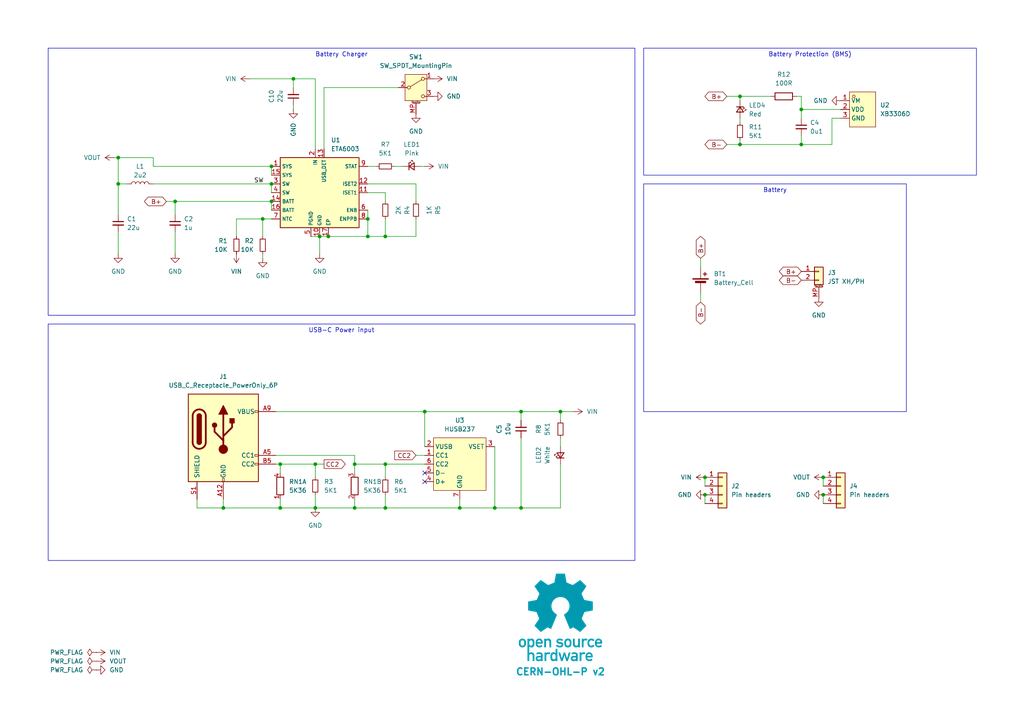
<source format=kicad_sch>
(kicad_sch (version 20231120) (generator "eeschema") (generator_version "8.0")
  (paper "A4")
  (lib_symbols
    (symbol "Connector:USB_C_Receptacle_PowerOnly_6P" (pin_names (offset 1.016))
      (property "Reference" "J" (at 0 16.51 0))
      (property "Value" "USB_C_Receptacle_PowerOnly_6P" (at 0 13.97 0))
      (symbol "USB_C_Receptacle_PowerOnly_6P_0_0"
        (rectangle (start -0.254 -12.7) (end 0.254 -11.684))
        (rectangle (start 10.16 -7.366) (end 9.144 -7.874))
        (rectangle (start 10.16 -4.826) (end 9.144 -5.334))
        (rectangle (start 10.16 7.874) (end 9.144 7.366))
      )
      (symbol "USB_C_Receptacle_PowerOnly_6P_0_1"
        (rectangle (start -10.16 12.7) (end 10.16 -12.7) (stroke (width 0.254)) (fill (type background)))
        (arc (start -8.89 -1.27) (mid -6.985 -3.1667) (end -5.08 -1.27) (stroke (width 0.508)))
        (arc (start -7.62 -1.27) (mid -6.985 -1.9023) (end -6.35 -1.27) (stroke (width 0.254)))
        (arc (start -7.62 -1.27) (mid -6.985 -1.9023) (end -6.35 -1.27) (stroke (width 0.254)) (fill (type outline)))
        (rectangle (start -7.62 -1.27) (end -6.35 6.35) (stroke (width 0.254)) (fill (type outline)))
        (arc (start -6.35 6.35) (mid -6.985 6.9823) (end -7.62 6.35) (stroke (width 0.254)))
        (arc (start -6.35 6.35) (mid -6.985 6.9823) (end -7.62 6.35) (stroke (width 0.254)) (fill (type outline)))
        (arc (start -5.08 6.35) (mid -6.985 8.2467) (end -8.89 6.35) (stroke (width 0.508)))
        (circle (center -2.54 3.683) (radius 0.635) (stroke (width 0.254)) (fill (type outline)))
        (circle (center 0 -3.302) (radius 1.27) (fill (type outline)))
        (polyline (pts (xy -8.89 -1.27) (xy -8.89 6.35)) (stroke (width 0.508)))
        (polyline (pts (xy -5.08 6.35) (xy -5.08 -1.27)) (stroke (width 0.508)))
        (polyline (pts (xy 0 -3.302) (xy 0 6.858)) (stroke (width 0.508)))
        (polyline (pts (xy 0 -0.762) (xy -2.54 1.778) (xy -2.54 3.048)) (stroke (width 0.508)))
        (polyline (pts (xy 0 0.508) (xy 2.54 3.048) (xy 2.54 4.318)) (stroke (width 0.508)))
        (polyline (pts (xy -1.27 6.858) (xy 0 9.398) (xy 1.27 6.858) (xy -1.27 6.858)) (stroke (width 0.254)) (fill (type outline)))
        (rectangle (start 1.905 4.318) (end 3.175 5.588) (stroke (width 0.254)) (fill (type outline)))
      )
      (symbol "USB_C_Receptacle_PowerOnly_6P_1_1"
        (pin passive line (at 0 -17.78 90) (length 5.08) (name "GND") (number "A12"))
        (pin bidirectional line (at 15.24 -5.08 180) (length 5.08) (name "CC1") (number "A5"))
        (pin passive line (at 15.24 7.62 180) (length 5.08) (name "VBUS") (number "A9"))
        (pin passive line (at 0 -17.78 90) (length 5.08) hide (name "GND") (number "B12"))
        (pin bidirectional line (at 15.24 -7.62 180) (length 5.08) (name "CC2") (number "B5"))
        (pin passive line (at 15.24 7.62 180) (length 5.08) hide (name "VBUS") (number "B9"))
        (pin passive line (at -7.62 -17.78 90) (length 5.08) (name "SHIELD") (number "S1"))
      )
    )
    (symbol "Connector_Generic:Conn_01x04" (pin_names (offset 1.016) hide)
      (property "Reference" "J" (at 0 5.08 0))
      (property "Value" "Conn_01x04" (at 0 -7.62 0))
      (symbol "Conn_01x04_1_1"
        (rectangle (start -1.27 -4.953) (end 0 -5.207) (stroke (width 0.1524)))
        (rectangle (start -1.27 -2.413) (end 0 -2.667) (stroke (width 0.1524)))
        (rectangle (start -1.27 0.127) (end 0 -0.127) (stroke (width 0.1524)))
        (rectangle (start -1.27 2.667) (end 0 2.413) (stroke (width 0.1524)))
        (rectangle (start -1.27 3.81) (end 1.27 -6.35) (stroke (width 0.254)) (fill (type background)))
        (pin passive line (at -5.08 2.54 0) (length 3.81) (name "Pin_1") (number "1"))
        (pin passive line (at -5.08 0 0) (length 3.81) (name "Pin_2") (number "2"))
        (pin passive line (at -5.08 -2.54 0) (length 3.81) (name "Pin_3") (number "3"))
        (pin passive line (at -5.08 -5.08 0) (length 3.81) (name "Pin_4") (number "4"))
      )
    )
    (symbol "Connector_Generic_MountingPin:Conn_01x02_MountingPin" (pin_names (offset 1.016) hide)
      (property "Reference" "J" (at 0 2.54 0))
      (property "Value" "Conn_01x02_MountingPin" (at 1.27 -5.08 0))
      (symbol "Conn_01x02_MountingPin_1_1"
        (rectangle (start -1.27 -2.413) (end 0 -2.667) (stroke (width 0.1524)))
        (rectangle (start -1.27 0.127) (end 0 -0.127) (stroke (width 0.1524)))
        (rectangle (start -1.27 1.27) (end 1.27 -3.81) (stroke (width 0.254)) (fill (type background)))
        (polyline (pts (xy -1.016 -4.572) (xy 1.016 -4.572)) (stroke (width 0.1524)))
        (text "Mounting" (at 0 -4.191 0) (effects (font (size 0.381 0.381))))
        (pin passive line (at -5.08 0 0) (length 3.81) (name "Pin_1") (number "1"))
        (pin passive line (at -5.08 -2.54 0) (length 3.81) (name "Pin_2") (number "2"))
        (pin passive line (at 0 -7.62 90) (length 3.048) (name "MountPin") (number "MP"))
      )
    )
    (symbol "Device:Battery_Cell" (pin_numbers hide) (pin_names (offset 0) hide)
      (property "Reference" "BT" (at 2.54 2.54 0))
      (property "Value" "Battery_Cell" (at 2.54 0 0))
      (symbol "Battery_Cell_0_1"
        (rectangle (start -2.286 1.778) (end 2.286 1.524) (fill (type outline)))
        (rectangle (start -1.524 1.016) (end 1.524 0.508) (fill (type outline)))
        (polyline (pts (xy 0 0.762) (xy 0 0)))
        (polyline (pts (xy 0 1.778) (xy 0 2.54)))
        (polyline (pts (xy 0.762 3.048) (xy 1.778 3.048)) (stroke (width 0.254)))
        (polyline (pts (xy 1.27 3.556) (xy 1.27 2.54)) (stroke (width 0.254)))
      )
      (symbol "Battery_Cell_1_1"
        (pin passive line (at 0 5.08 270) (length 2.54) (name "+") (number "1"))
        (pin passive line (at 0 -2.54 90) (length 2.54) (name "-") (number "2"))
      )
    )
    (symbol "Device:C_Small" (pin_numbers hide) (pin_names (offset 0.254) hide)
      (property "Reference" "C" (at 0.254 1.778 0))
      (property "Value" "C_Small" (at 0.254 -2.032 0))
      (symbol "C_Small_0_1"
        (polyline (pts (xy -1.524 -0.508) (xy 1.524 -0.508)) (stroke (width 0.3302)))
        (polyline (pts (xy -1.524 0.508) (xy 1.524 0.508)) (stroke (width 0.3048)))
      )
      (symbol "C_Small_1_1"
        (pin passive line (at 0 2.54 270) (length 2.032) (name "~") (number "1"))
        (pin passive line (at 0 -2.54 90) (length 2.032) (name "~") (number "2"))
      )
    )
    (symbol "Device:L" (pin_numbers hide) (pin_names (offset 1.016) hide)
      (property "Reference" "L" (at -1.27 0 90))
      (property "Value" "L" (at 1.905 0 90))
      (symbol "L_0_1"
        (arc (start 0 -2.54) (mid 0.6323 -1.905) (end 0 -1.27))
        (arc (start 0 -1.27) (mid 0.6323 -0.635) (end 0 0))
        (arc (start 0 0) (mid 0.6323 0.635) (end 0 1.27))
        (arc (start 0 1.27) (mid 0.6323 1.905) (end 0 2.54))
      )
      (symbol "L_1_1"
        (pin passive line (at 0 3.81 270) (length 1.27) (name "1") (number "1"))
        (pin passive line (at 0 -3.81 90) (length 1.27) (name "2") (number "2"))
      )
    )
    (symbol "Device:LED_Small" (pin_numbers hide) (pin_names (offset 0.254) hide)
      (property "Reference" "D" (at -1.27 3.175 0))
      (property "Value" "LED_Small" (at -4.445 -2.54 0))
      (symbol "LED_Small_0_1"
        (polyline (pts (xy -0.762 -1.016) (xy -0.762 1.016)) (stroke (width 0.254)))
        (polyline (pts (xy 1.016 0) (xy -0.762 0)))
        (polyline (pts (xy 0.762 -1.016) (xy -0.762 0) (xy 0.762 1.016) (xy 0.762 -1.016)) (stroke (width 0.254)))
        (polyline (pts (xy 0 0.762) (xy -0.508 1.27) (xy -0.254 1.27) (xy -0.508 1.27) (xy -0.508 1.016)))
        (polyline (pts (xy 0.508 1.27) (xy 0 1.778) (xy 0.254 1.778) (xy 0 1.778) (xy 0 1.524)))
      )
      (symbol "LED_Small_1_1"
        (pin passive line (at -2.54 0 0) (length 1.778) (name "K") (number "1"))
        (pin passive line (at 2.54 0 180) (length 1.778) (name "A") (number "2"))
      )
    )
    (symbol "Device:R" (pin_numbers hide) (pin_names (offset 0))
      (property "Reference" "R" (at 2.032 0 90))
      (property "Value" "R" (at 0 0 90))
      (symbol "R_0_1"
        (rectangle (start -1.016 -2.54) (end 1.016 2.54) (stroke (width 0.254)))
      )
      (symbol "R_1_1"
        (pin passive line (at 0 3.81 270) (length 1.27) (name "~") (number "1"))
        (pin passive line (at 0 -3.81 90) (length 1.27) (name "~") (number "2"))
      )
    )
    (symbol "Device:R_Pack02_Split" (pin_names (offset 0) hide)
      (property "Reference" "RN" (at 2.032 0 90))
      (property "Value" "R_Pack02_Split" (at 0 0 90))
      (symbol "R_Pack02_Split_0_1"
        (rectangle (start 1.016 2.54) (end -1.016 -2.54) (stroke (width 0.254)))
      )
      (symbol "R_Pack02_Split_1_1"
        (pin passive line (at 0 -3.81 90) (length 1.27) (name "R1.1") (number "1"))
        (pin passive line (at 0 3.81 270) (length 1.27) (name "R1.2") (number "4"))
      )
      (symbol "R_Pack02_Split_2_1"
        (pin passive line (at 0 -3.81 90) (length 1.27) (name "R2.1") (number "2"))
        (pin passive line (at 0 3.81 270) (length 1.27) (name "R2.2") (number "3"))
      )
    )
    (symbol "Device:R_Small" (pin_numbers hide) (pin_names (offset 0.254) hide)
      (property "Reference" "R" (at 0.762 0.508 0))
      (property "Value" "R_Small" (at 0.762 -1.016 0))
      (symbol "R_Small_0_1"
        (rectangle (start -0.762 1.778) (end 0.762 -1.778) (stroke (width 0.2032)))
      )
      (symbol "R_Small_1_1"
        (pin passive line (at 0 2.54 270) (length 0.762) (name "~") (number "1"))
        (pin passive line (at 0 -2.54 90) (length 0.762) (name "~") (number "2"))
      )
    )
    (symbol "interactive:SW_SPDT_MountingPin" (pin_names (offset 0) hide)
      (property "Reference" "SW" (at 0 5.08 0))
      (property "Value" "SW_SPDT_MountingPin" (at 0 -5.08 0))
      (symbol "SW_SPDT_MountingPin_0_1"
        (circle (center -2.032 0) (radius 0.4572))
        (polyline (pts (xy -1.651 0.254) (xy 1.651 2.286)))
        (circle (center 2.032 -2.54) (radius 0.4572))
        (circle (center 2.032 2.54) (radius 0.4572))
      )
      (symbol "SW_SPDT_MountingPin_1_1"
        (rectangle (start -3.175 3.81) (end 3.175 -3.81) (fill (type background)))
        (polyline (pts (xy -1.016 -4.572) (xy 1.016 -4.572)) (stroke (width 0.1524)))
        (text "Mounting" (at 0 -4.191 0) (effects (font (size 0.381 0.381))))
        (pin passive line (at 5.08 2.54 180) (length 2.54) (name "A") (number "1"))
        (pin passive line (at -5.08 0 0) (length 2.54) (name "B") (number "2"))
        (pin passive line (at 5.08 -2.54 180) (length 2.54) (name "C") (number "3"))
        (pin passive line (at 0 -7.62 90) (length 3.048) (name "MountPin") (number "MP"))
      )
    )
    (symbol "lcsc:ETA6003"
      (property "Reference" "U" (at -12.192 12.7 0))
      (property "Value" "ETA6003" (at 4.064 12.7 0))
      (symbol "ETA6003_0_1"
        (rectangle (start -11.43 10.16) (end 11.43 -10.16) (stroke (width 0.254)) (fill (type background)))
      )
      (symbol "ETA6003_1_1"
        (pin power_out line (at -13.97 7.62 0) (length 2.54) (name "SYS") (number "1"))
        (pin power_in line (at 0 -12.7 90) (length 2.54) (name "GND") (number "10"))
        (pin passive line (at 13.97 0 180) (length 2.54) (name "ISET1") (number "11"))
        (pin passive line (at 13.97 2.54 180) (length 2.54) (name "ISET2") (number "12"))
        (pin passive line (at 1.27 12.7 270) (length 2.54) (name "USB_DET") (number "13"))
        (pin passive line (at -13.97 -2.54 0) (length 2.54) (name "BATT") (number "14"))
        (pin passive line (at -13.97 5.08 0) (length 2.54) (name "SYS") (number "15"))
        (pin passive line (at -13.97 -5.08 0) (length 2.54) (name "BATT") (number "16"))
        (pin passive line (at 2.54 -12.7 90) (length 2.54) (name "EP") (number "17"))
        (pin power_in line (at -1.27 12.7 270) (length 2.54) (name "IN") (number "2"))
        (pin passive line (at -13.97 2.54 0) (length 2.54) (name "SW") (number "3"))
        (pin passive line (at -13.97 0 0) (length 2.54) (name "SW") (number "4"))
        (pin power_in line (at -2.54 -12.7 90) (length 2.54) (name "PGND") (number "5"))
        (pin passive line (at 13.97 -5.08 180) (length 2.54) (name "ENB") (number "6"))
        (pin passive line (at -13.97 -7.62 0) (length 2.54) (name "NTC") (number "7"))
        (pin passive line (at 13.97 -7.62 180) (length 2.54) (name "ENPPB") (number "8"))
        (pin open_collector line (at 13.97 7.62 180) (length 2.54) (name "STAT") (number "9"))
      )
    )
    (symbol "lcsc:HUSB237-AA001-DN06R "
      (property "Reference" "U" (at 0 10.16 0))
      (property "Value" "HUSB237" (at 0 -15.24 0))
      (symbol "HUSB237-AA001-DN06R _0_1"
        (rectangle (start -7.62 7.62) (end 7.62 -7.62) (fill (type background)))
        (pin passive line (at -10.16 2.54 0) (length 2.54) (name "CC1") (number "1"))
        (pin power_in line (at -10.16 5.08 0) (length 2.54) (name "VUSB") (number "2"))
        (pin passive line (at 10.16 5.08 180) (length 2.54) (name "VSET") (number "3"))
        (pin passive line (at -10.16 -5.08 0) (length 2.54) (name "D+") (number "4"))
        (pin passive line (at -10.16 -2.54 0) (length 2.54) (name "D-") (number "5"))
        (pin passive line (at -10.16 0 0) (length 2.54) (name "CC2") (number "6"))
        (pin power_in line (at 0 -10.16 90) (length 2.54) (name "GND") (number "7"))
      )
    )
    (symbol "lcsc:XB3306D"
      (property "Reference" "U" (at 0 7.62 0))
      (property "Value" "XB3306D" (at 0 -7.62 0))
      (symbol "XB3306D_0_1"
        (rectangle (start -3.81 5.08) (end 3.81 -5.08) (fill (type background)))
        (circle (center -2.54 3.81) (radius 0.38))
      )
      (symbol "XB3306D_1_1"
        (pin passive line (at -6.35 2.54 0) (length 2.54) (name "VM") (number "1"))
        (pin passive line (at -6.35 0 0) (length 2.54) (name "VDD") (number "2"))
        (pin passive line (at -6.35 -2.54 0) (length 2.54) (name "GND") (number "3"))
      )
    )
    (symbol "power:+5V" (power) (pin_numbers hide) (pin_names (offset 0) hide)
      (property "Value" "+5V" (at 0 3.556 0))
      (symbol "+5V_0_1"
        (polyline (pts (xy -0.762 1.27) (xy 0 2.54)))
        (polyline (pts (xy 0 0) (xy 0 2.54)))
        (polyline (pts (xy 0 2.54) (xy 0.762 1.27)))
      )
      (symbol "+5V_1_1"
        (pin power_in line (at 0 0 90) (length 0) (name "~") (number "1"))
      )
    )
    (symbol "power:GND" (power) (pin_numbers hide) (pin_names (offset 0) hide)
      (property "Value" "GND" (at 0 -3.81 0))
      (symbol "GND_0_1"
        (polyline (pts (xy 0 0) (xy 0 -1.27) (xy 1.27 -1.27) (xy 0 -2.54) (xy -1.27 -1.27) (xy 0 -1.27)))
      )
      (symbol "GND_1_1"
        (pin power_in line (at 0 0 270) (length 0) (name "~") (number "1"))
      )
    )
    (symbol "power:PWR_FLAG" (power) (pin_numbers hide) (pin_names (offset 0) hide)
      (property "Value" "PWR_FLAG" (at 0 3.81 0))
      (symbol "PWR_FLAG_0_0"
        (pin power_out line (at 0 0 90) (length 0) (name "~") (number "1"))
      )
      (symbol "PWR_FLAG_0_1"
        (polyline (pts (xy 0 0) (xy 0 1.27) (xy -1.016 1.905) (xy 0 2.54) (xy 1.016 1.905) (xy 0 1.27)))
      )
    )
    (symbol "power:VCC" (power) (pin_numbers hide) (pin_names (offset 0) hide)
      (property "Value" "VCC" (at 0 3.556 0))
      (symbol "VCC_0_1"
        (polyline (pts (xy -0.762 1.27) (xy 0 2.54)))
        (polyline (pts (xy 0 0) (xy 0 2.54)))
        (polyline (pts (xy 0 2.54) (xy 0.762 1.27)))
      )
      (symbol "VCC_1_1"
        (pin power_in line (at 0 0 90) (length 0) (name "~") (number "1"))
      )
    )
  )
  (junction (at 133.35 147.32))
  (junction (at 34.29 53.34))
  (junction (at 111.76 68.58))
  (junction (at 232.41 31.75))
  (junction (at 78.74 58.42))
  (junction (at 111.76 147.32))
  (junction (at 78.74 53.34))
  (junction (at 106.68 63.5))
  (junction (at 92.71 68.58))
  (junction (at 76.2 63.5))
  (junction (at 238.76 143.51))
  (junction (at 143.51 147.32))
  (junction (at 151.13 147.32))
  (junction (at 111.76 134.62))
  (junction (at 91.44 147.32))
  (junction (at 91.44 134.62))
  (junction (at 204.47 143.51))
  (junction (at 64.77 147.32))
  (junction (at 151.13 119.38))
  (junction (at 34.29 45.72))
  (junction (at 102.87 134.62))
  (junction (at 78.74 48.26))
  (junction (at 214.63 27.94))
  (junction (at 214.63 41.91))
  (junction (at 81.28 147.32))
  (junction (at 123.19 119.38))
  (junction (at 162.56 119.38))
  (junction (at 106.68 68.58))
  (junction (at 85.09 22.86))
  (junction (at 238.76 138.43))
  (junction (at 50.8 58.42))
  (junction (at 204.47 138.43))
  (junction (at 102.87 147.32))
  (junction (at 232.41 41.91))
  (junction (at 95.25 68.58))
  (junction (at 81.28 134.62))
  (no_connect (at 123.19 139.7))
  (no_connect (at 123.19 137.16))
  (wire (pts (xy 162.56 119.38) (xy 162.56 121.92)))
  (wire (pts (xy 106.68 60.96) (xy 106.68 63.5)))
  (wire (pts (xy 102.87 134.62) (xy 111.76 134.62)))
  (wire (pts (xy 106.68 55.88) (xy 111.76 55.88)))
  (wire (pts (xy 162.56 147.32) (xy 151.13 147.32)))
  (wire (pts (xy 151.13 119.38) (xy 151.13 121.92)))
  (wire (pts (xy 33.02 45.72) (xy 34.29 45.72)))
  (wire (pts (xy 76.2 73.66) (xy 76.2 74.93)))
  (wire (pts (xy 106.68 48.26) (xy 109.22 48.26)))
  (wire (pts (xy 120.65 68.58) (xy 111.76 68.58)))
  (wire (pts (xy 133.35 147.32) (xy 143.51 147.32)))
  (wire (pts (xy 85.09 22.86) (xy 85.09 25.4)))
  (wire (pts (xy 80.01 134.62) (xy 81.28 134.62)))
  (wire (pts (xy 34.29 53.34) (xy 34.29 45.72)))
  (wire (pts (xy 232.41 39.37) (xy 232.41 41.91)))
  (wire (pts (xy 106.68 53.34) (xy 120.65 53.34)))
  (wire (pts (xy 81.28 134.62) (xy 91.44 134.62)))
  (wire (pts (xy 214.63 27.94) (xy 223.52 27.94)))
  (wire (pts (xy 232.41 31.75) (xy 243.84 31.75)))
  (wire (pts (xy 151.13 127) (xy 151.13 147.32)))
  (wire (pts (xy 91.44 22.86) (xy 85.09 22.86)))
  (wire (pts (xy 76.2 63.5) (xy 78.74 63.5)))
  (wire (pts (xy 57.15 147.32) (xy 64.77 147.32)))
  (wire (pts (xy 162.56 134.62) (xy 162.56 147.32)))
  (wire (pts (xy 162.56 119.38) (xy 151.13 119.38)))
  (wire (pts (xy 232.41 41.91) (xy 241.3 41.91)))
  (wire (pts (xy 64.77 144.78) (xy 64.77 147.32)))
  (wire (pts (xy 95.25 68.58) (xy 106.68 68.58)))
  (wire (pts (xy 81.28 134.62) (xy 81.28 137.16)))
  (wire (pts (xy 78.74 58.42) (xy 78.74 60.96)))
  (wire (pts (xy 91.44 22.86) (xy 91.44 43.18)))
  (wire (pts (xy 143.51 147.32) (xy 151.13 147.32)))
  (wire (pts (xy 232.41 27.94) (xy 232.41 31.75)))
  (wire (pts (xy 210.82 27.94) (xy 214.63 27.94)))
  (wire (pts (xy 111.76 143.51) (xy 111.76 147.32)))
  (wire (pts (xy 241.3 41.91) (xy 241.3 34.29)))
  (wire (pts (xy 210.82 41.91) (xy 214.63 41.91)))
  (wire (pts (xy 93.98 25.4) (xy 115.57 25.4)))
  (wire (pts (xy 68.58 68.58) (xy 68.58 63.5)))
  (wire (pts (xy 114.3 48.26) (xy 116.84 48.26)))
  (wire (pts (xy 64.77 147.32) (xy 81.28 147.32)))
  (wire (pts (xy 76.2 63.5) (xy 76.2 68.58)))
  (wire (pts (xy 102.87 137.16) (xy 102.87 134.62)))
  (wire (pts (xy 111.76 55.88) (xy 111.76 58.42)))
  (wire (pts (xy 50.8 67.31) (xy 50.8 73.66)))
  (wire (pts (xy 57.15 144.78) (xy 57.15 147.32)))
  (wire (pts (xy 232.41 31.75) (xy 232.41 34.29)))
  (wire (pts (xy 204.47 143.51) (xy 204.47 146.05)))
  (wire (pts (xy 214.63 40.64) (xy 214.63 41.91)))
  (wire (pts (xy 91.44 134.62) (xy 91.44 138.43)))
  (wire (pts (xy 203.2 74.93) (xy 203.2 77.47)))
  (wire (pts (xy 133.35 147.32) (xy 111.76 147.32)))
  (wire (pts (xy 50.8 62.23) (xy 50.8 58.42)))
  (wire (pts (xy 34.29 53.34) (xy 34.29 62.23)))
  (wire (pts (xy 111.76 63.5) (xy 111.76 68.58)))
  (wire (pts (xy 50.8 58.42) (xy 78.74 58.42)))
  (wire (pts (xy 111.76 68.58) (xy 106.68 68.58)))
  (wire (pts (xy 93.98 43.18) (xy 93.98 25.4)))
  (wire (pts (xy 102.87 147.32) (xy 91.44 147.32)))
  (wire (pts (xy 90.17 68.58) (xy 92.71 68.58)))
  (wire (pts (xy 151.13 119.38) (xy 123.19 119.38)))
  (wire (pts (xy 123.19 119.38) (xy 123.19 129.54)))
  (wire (pts (xy 111.76 134.62) (xy 111.76 138.43)))
  (wire (pts (xy 91.44 134.62) (xy 93.98 134.62)))
  (wire (pts (xy 44.45 48.26) (xy 78.74 48.26)))
  (wire (pts (xy 91.44 143.51) (xy 91.44 147.32)))
  (wire (pts (xy 238.76 143.51) (xy 238.76 146.05)))
  (wire (pts (xy 162.56 127) (xy 162.56 129.54)))
  (wire (pts (xy 102.87 132.08) (xy 102.87 134.62)))
  (wire (pts (xy 92.71 68.58) (xy 95.25 68.58)))
  (wire (pts (xy 214.63 34.29) (xy 214.63 35.56)))
  (wire (pts (xy 232.41 27.94) (xy 231.14 27.94)))
  (wire (pts (xy 44.45 48.26) (xy 44.45 45.72)))
  (wire (pts (xy 241.3 34.29) (xy 243.84 34.29)))
  (wire (pts (xy 121.92 48.26) (xy 123.19 48.26)))
  (wire (pts (xy 102.87 144.78) (xy 102.87 147.32)))
  (wire (pts (xy 143.51 129.54) (xy 143.51 147.32)))
  (wire (pts (xy 111.76 147.32) (xy 102.87 147.32)))
  (wire (pts (xy 133.35 144.78) (xy 133.35 147.32)))
  (wire (pts (xy 48.26 58.42) (xy 50.8 58.42)))
  (wire (pts (xy 78.74 53.34) (xy 78.74 55.88)))
  (wire (pts (xy 80.01 119.38) (xy 123.19 119.38)))
  (wire (pts (xy 203.2 85.09) (xy 203.2 87.63)))
  (wire (pts (xy 123.19 132.08) (xy 120.65 132.08)))
  (wire (pts (xy 68.58 63.5) (xy 76.2 63.5)))
  (wire (pts (xy 44.45 53.34) (xy 78.74 53.34)))
  (wire (pts (xy 214.63 27.94) (xy 214.63 29.21)))
  (wire (pts (xy 80.01 132.08) (xy 102.87 132.08)))
  (wire (pts (xy 78.74 48.26) (xy 78.74 50.8)))
  (wire (pts (xy 214.63 41.91) (xy 232.41 41.91)))
  (wire (pts (xy 106.68 63.5) (xy 106.68 68.58)))
  (wire (pts (xy 36.83 53.34) (xy 34.29 53.34)))
  (wire (pts (xy 81.28 147.32) (xy 91.44 147.32)))
  (wire (pts (xy 111.76 134.62) (xy 123.19 134.62)))
  (wire (pts (xy 120.65 53.34) (xy 120.65 58.42)))
  (wire (pts (xy 34.29 45.72) (xy 44.45 45.72)))
  (wire (pts (xy 238.76 138.43) (xy 238.76 140.97)))
  (wire (pts (xy 85.09 30.48) (xy 85.09 31.75)))
  (wire (pts (xy 166.37 119.38) (xy 162.56 119.38)))
  (wire (pts (xy 92.71 68.58) (xy 92.71 73.66)))
  (wire (pts (xy 120.65 63.5) (xy 120.65 68.58)))
  (wire (pts (xy 204.47 138.43) (xy 204.47 140.97)))
  (wire (pts (xy 81.28 144.78) (xy 81.28 147.32)))
  (wire (pts (xy 34.29 67.31) (xy 34.29 73.66)))
  (wire (pts (xy 72.39 22.86) (xy 85.09 22.86)))
  (image (at 162.56 179.07) (scale 0.37481))
  (text_box "USB-C Power input" (at 13.97 93.98 0) (size 170.18 68.58) (effects (font (size 1.27 1.27)) (justify top)))
  (text_box "Battery Protection (BMS)" (at 186.69 13.97 0) (size 96.52 36.83) (effects (font (size 1.27 1.27)) (justify top)))
  (text_box "Battery Charger" (at 13.97 13.97 0) (size 170.18 77.47) (effects (font (size 1.27 1.27)) (justify top)))
  (text_box "Battery" (at 186.69 53.34 0) (size 76.2 66.04) (effects (font (size 1.27 1.27)) (justify top)))
  (text "CERN-OHL-P v2" (at 162.56 195.072 0) (effects (font (size 2 2) (thickness 0.4) (bold yes))))
  (label "SW" (at 73.66 53.34 0))
  (global_label "CC2" (shape input) (at 120.65 132.08 180) (property "Intersheetrefs" "${INTERSHEET_REFS}" (effects (hide yes))))
  (global_label "B+" (shape bidirectional) (at 232.41 78.74 180) (property "Intersheetrefs" "${INTERSHEET_REFS}" (effects (hide yes))))
  (global_label "B-" (shape bidirectional) (at 232.41 81.28 180) (property "Intersheetrefs" "${INTERSHEET_REFS}" (effects (hide yes))))
  (global_label "B-" (shape bidirectional) (at 203.2 87.63 270) (property "Intersheetrefs" "${INTERSHEET_REFS}" (effects (hide yes))))
  (global_label "B+" (shape bidirectional) (at 48.26 58.42 180) (property "Intersheetrefs" "${INTERSHEET_REFS}" (effects (hide yes))))
  (global_label "CC2" (shape output) (at 93.98 134.62 0) (property "Intersheetrefs" "${INTERSHEET_REFS}" (effects (hide yes))))
  (global_label "B+" (shape bidirectional) (at 210.82 27.94 180) (property "Intersheetrefs" "${INTERSHEET_REFS}" (effects (hide yes))))
  (global_label "B+" (shape bidirectional) (at 203.2 74.93 90) (property "Intersheetrefs" "${INTERSHEET_REFS}" (effects (hide yes))))
  (global_label "B-" (shape bidirectional) (at 210.82 41.91 180) (property "Intersheetrefs" "${INTERSHEET_REFS}" (effects (hide yes))))
  (symbol (lib_id "Device:L") (at 40.64 53.34 90) (unit 1)
    (property "Reference" "L1" (at 40.64 48.26 90))
    (property "Value" "2u2" (at 40.64 50.8 90))
    (property "Footprint" "discrete:L_1008_2520Metric" (effects (hide yes)))
    (property "Description" "Inductor" (effects (hide yes)))
    (property "LCSC Part" "C5832372" (effects (hide yes)))
  )
  (symbol (lib_id "Device:R_Small") (at 76.2 71.12 0) (mirror x) (unit 1)
    (property "Reference" "R2" (at 73.66 69.8499 0) (effects (justify right)))
    (property "Value" "10K" (at 73.66 72.3899 0) (effects (justify right)))
    (property "Footprint" "custom:R_0603_1608Metric_Pad0.98x0.95mm_HandSolder_simple" (effects (hide yes)))
    (property "Description" "Resistor, small symbol" (effects (hide yes)))
    (property "LCSC Part" "C25744" (effects (hide yes)))
  )
  (symbol (lib_id "Device:LED_Small") (at 162.56 132.08 90) (unit 1)
    (property "Reference" "LED2" (at 156.21 132.0165 0))
    (property "Value" "White" (at 158.75 132.0165 0))
    (property "Footprint" "custom:LED_0603_1608Metric_Pad1.05x0.95mm_HandSolder_simple" (effects (hide yes)))
    (property "Description" "Light emitting diode, small symbol" (effects (hide yes)))
  )
  (symbol (lib_id "power:GND") (at 204.47 143.51 270) (mirror x) (unit 1)
    (property "Reference" "#PWR09" (effects (hide yes)))
    (property "Value" "GND" (at 200.66 143.5099 90) (effects (justify right)))
    (property "Description" "Power symbol creates a global label with name \"GND\" , ground" (effects (hide yes)))
  )
  (symbol (lib_id "power:VCC") (at 72.39 22.86 90) (unit 1)
    (property "Reference" "#PWR012" (effects (hide yes)))
    (property "Value" "VIN" (at 68.58 22.8599 90) (effects (justify left)))
    (property "Description" "Power symbol creates a global label with name \"VCC\"" (effects (hide yes)))
  )
  (symbol (lib_id "Device:LED_Small") (at 119.38 48.26 0) (unit 1)
    (property "Reference" "LED1" (at 119.4435 41.91 0))
    (property "Value" "Pink" (at 119.4435 44.45 0))
    (property "Footprint" "custom:LED_0603_1608Metric_Pad1.05x0.95mm_HandSolder_simple" (effects (hide yes)))
    (property "Description" "Light emitting diode, small symbol" (effects (hide yes)))
  )
  (symbol (lib_id "Device:LED_Small") (at 214.63 31.75 270) (unit 1)
    (property "Reference" "LED4" (at 217.17 30.5434 90) (effects (justify left)))
    (property "Value" "Red" (at 217.17 33.0834 90) (effects (justify left)))
    (property "Footprint" "custom:LED_0603_1608Metric_Pad1.05x0.95mm_HandSolder_simple" (effects (hide yes)))
    (property "Description" "Light emitting diode, small symbol" (effects (hide yes)))
    (property "LCSC Part" "C2286" (effects (hide yes)))
  )
  (symbol (lib_id "Device:R_Small") (at 162.56 124.46 0) (mirror x) (unit 1)
    (property "Reference" "R8" (at 156.21 124.46 90))
    (property "Value" "5K1" (at 158.75 124.46 90))
    (property "Footprint" "custom:R_0603_1608Metric_Pad0.98x0.95mm_HandSolder_simple" (effects (hide yes)))
    (property "Description" "Resistor, small symbol" (effects (hide yes)))
    (property "LCSC Part" " C21190" (effects (hide yes)))
  )
  (symbol (lib_id "Connector_Generic:Conn_01x04") (at 209.55 140.97 0) (unit 1)
    (property "Reference" "J2" (at 212.09 140.9699 0) (effects (justify left)))
    (property "Value" "Pin headers" (at 212.09 143.5099 0) (effects (justify left)))
    (property "Footprint" "custom:PinHeader_1x04_P2.54mm_Vertical_simple_pad3,4gnd" (effects (hide yes)))
    (property "Description" "Generic connector, single row, 01x04, script generated (kicad-library-utils/schlib/autogen/connector/)" (effects (hide yes)))
  )
  (symbol (lib_id "Device:R_Small") (at 214.63 38.1 0) (unit 1)
    (property "Reference" "R11" (at 217.17 36.8299 0) (effects (justify left)))
    (property "Value" "5K1" (at 217.17 39.3699 0) (effects (justify left)))
    (property "Footprint" "custom:R_0603_1608Metric_Pad0.98x0.95mm_HandSolder_simple" (effects (hide yes)))
    (property "Description" "Resistor, small symbol" (effects (hide yes)))
    (property "LCSC Part" "C25905" (effects (hide yes)))
  )
  (symbol (lib_id "Device:R") (at 227.33 27.94 270) (mirror x) (unit 1)
    (property "Reference" "R12" (at 227.33 21.59 90))
    (property "Value" "100R" (at 227.33 24.13 90))
    (property "Footprint" "custom:R_0603_1608Metric_Pad0.98x0.95mm_HandSolder_simple" (effects (hide yes)))
    (property "Description" "Resistor" (effects (hide yes)))
    (property "LCSC Part" "C25076" (effects (hide yes)))
  )
  (symbol (lib_id "power:VCC") (at 166.37 119.38 270) (unit 1)
    (property "Reference" "#PWR010" (effects (hide yes)))
    (property "Value" "VIN" (at 170.18 119.38 90) (effects (justify left)))
    (property "Description" "Power symbol creates a global label with name \"VCC\"" (effects (hide yes)))
  )
  (symbol (lib_id "power:GND") (at 92.71 73.66 0) (unit 1)
    (property "Reference" "#PWR06" (effects (hide yes)))
    (property "Value" "GND" (at 92.71 78.74 0))
    (property "Description" "Power symbol creates a global label with name \"GND\" , ground" (effects (hide yes)))
  )
  (symbol (lib_id "power:GND") (at 125.73 27.94 90) (unit 1)
    (property "Reference" "#PWR016" (effects (hide yes)))
    (property "Value" "GND" (at 129.54 27.9399 90) (effects (justify right)))
    (property "Description" "Power symbol creates a global label with name \"GND\" , ground" (effects (hide yes)))
  )
  (symbol (lib_id "power:PWR_FLAG") (at 27.94 191.77 90) (unit 1)
    (property "Reference" "#FLG02" (effects (hide yes)))
    (property "Value" "PWR_FLAG" (at 24.13 191.7699 90) (effects (justify left)))
    (property "Description" "Special symbol for telling ERC where power comes from" (effects (hide yes)))
  )
  (symbol (lib_id "Connector:USB_C_Receptacle_PowerOnly_6P") (at 64.77 127 0) (unit 1)
    (property "Reference" "J1" (at 64.77 109.22 0))
    (property "Value" "USB_C_Receptacle_PowerOnly_6P" (at 64.77 111.76 0))
    (property "Footprint" "custom:USB_C_Receptacle_GCT_USB4125-xx-x_6P_TopMnt_Horizontal_handsolder" (effects (hide yes)))
    (property "Datasheet" "https://www.usb.org/sites/default/files/documents/usb_type-c.zip" (effects (hide yes)))
    (property "Description" "USB Power-Only 6P Type-C Receptacle connector" (effects (hide yes)))
    (property "LCSC Part" "C2927029" (effects (hide yes)))
  )
  (symbol (lib_id "power:GND") (at 50.8 73.66 0) (unit 1)
    (property "Reference" "#PWR02" (effects (hide yes)))
    (property "Value" "GND" (at 50.8 78.74 0))
    (property "Description" "Power symbol creates a global label with name \"GND\" , ground" (effects (hide yes)))
  )
  (symbol (lib_id "power:VCC") (at 125.73 22.86 270) (unit 1)
    (property "Reference" "#PWR015" (effects (hide yes)))
    (property "Value" "VIN" (at 129.54 22.8599 90) (effects (justify left)))
    (property "Description" "Power symbol creates a global label with name \"VCC\"" (effects (hide yes)))
  )
  (symbol (lib_id "Device:Battery_Cell") (at 203.2 82.55 0) (unit 1) (on_board no)
    (property "Reference" "BT1" (at 207.01 79.4384 0) (effects (justify left)))
    (property "Value" "Battery_Cell" (at 207.01 81.9784 0) (effects (justify left)))
    (property "Footprint" "lcsc:BAT-TH_18650-A5BJ001" (effects (hide yes)))
    (property "Description" "Single-cell battery" (effects (hide yes)))
  )
  (symbol (lib_id "power:GND") (at 27.94 194.31 90) (unit 1)
    (property "Reference" "#PWR021" (effects (hide yes)))
    (property "Value" "GND" (at 31.75 194.31 90) (effects (justify right)))
    (property "Description" "Power symbol creates a global label with name \"GND\" , ground" (effects (hide yes)))
  )
  (symbol (lib_id "power:VCC") (at 68.58 73.66 180) (unit 1)
    (property "Reference" "#PWR014" (effects (hide yes)))
    (property "Value" "VIN" (at 68.58 78.74 0))
    (property "Description" "Power symbol creates a global label with name \"VCC\"" (effects (hide yes)))
  )
  (symbol (lib_id "Device:C_Small") (at 232.41 36.83 0) (unit 1)
    (property "Reference" "C4" (at 234.95 35.5662 0) (effects (justify left)))
    (property "Value" "0u1" (at 234.95 38.1062 0) (effects (justify left)))
    (property "Footprint" "custom:C_0603_1608Metric_Pad1.08x0.95mm_HandSolder" (effects (hide yes)))
    (property "Description" "Unpolarized capacitor, small symbol" (effects (hide yes)))
    (property "LCSC Part" "C1525" (effects (hide yes)))
  )
  (symbol (lib_id "power:GND") (at 120.65 33.02 0) (unit 1)
    (property "Reference" "#PWR017" (effects (hide yes)))
    (property "Value" "GND" (at 120.65 38.1 0))
    (property "Description" "Power symbol creates a global label with name \"GND\" , ground" (effects (hide yes)))
  )
  (symbol (lib_id "power:VCC") (at 123.19 48.26 270) (unit 1)
    (property "Reference" "#PWR011" (effects (hide yes)))
    (property "Value" "VIN" (at 127 48.26 90) (effects (justify left)))
    (property "Description" "Power symbol creates a global label with name \"VCC\"" (effects (hide yes)))
  )
  (symbol (lib_id "interactive:SW_SPDT_MountingPin") (at 120.65 25.4 0) (unit 1)
    (property "Reference" "SW1" (at 120.65 16.51 0))
    (property "Value" "SW_SPDT_MountingPin" (at 120.65 19.05 0))
    (property "Footprint" "lcsc:SW-SMD_3P-P1.50_L2.7-W6.6" (effects (hide yes)))
    (property "Description" "Switch, single pole double throw" (effects (hide yes)))
  )
  (symbol (lib_id "Device:R_Small") (at 91.44 140.97 0) (unit 1)
    (property "Reference" "R3" (at 93.98 139.6999 0) (effects (justify left)))
    (property "Value" "5K1" (at 93.98 142.2399 0) (effects (justify left)))
    (property "Footprint" "custom:R_0603_1608Metric_Pad0.98x0.95mm_HandSolder_simple" (effects (hide yes)))
    (property "Description" "Resistor, small symbol" (effects (hide yes)))
    (property "LCSC Part" "C25905" (effects (hide yes)))
  )
  (symbol (lib_id "Device:C_Small") (at 50.8 64.77 0) (unit 1)
    (property "Reference" "C2" (at 53.34 63.5062 0) (effects (justify left)))
    (property "Value" "1u" (at 53.34 66.0462 0) (effects (justify left)))
    (property "Footprint" "custom:C_0603_1608Metric_Pad1.08x0.95mm_HandSolder" (effects (hide yes)))
    (property "Description" "Unpolarized capacitor, small symbol" (effects (hide yes)))
    (property "LCSC Part" "C52923" (effects (hide yes)))
  )
  (symbol (lib_id "Device:C_Small") (at 85.09 27.94 180) (unit 1)
    (property "Reference" "C10" (at 78.74 27.9337 90))
    (property "Value" "22u" (at 81.28 27.9337 90))
    (property "Footprint" "custom:C_0805_2012Metric_Pad1.18x1.45mm_wide-center_HandSolder" (effects (hide yes)))
    (property "Description" "Unpolarized capacitor, small symbol" (effects (hide yes)))
    (property "LCSC Part" "C15850" (effects (hide yes)))
  )
  (symbol (lib_id "power:GND") (at 34.29 73.66 0) (unit 1)
    (property "Reference" "#PWR01" (effects (hide yes)))
    (property "Value" "GND" (at 34.29 78.74 0))
    (property "Description" "Power symbol creates a global label with name \"GND\" , ground" (effects (hide yes)))
  )
  (symbol (lib_id "Device:R_Pack02_Split") (at 81.28 140.97 0) (unit 1)
    (property "Reference" "RN1" (at 83.82 139.6999 0) (effects (justify left)))
    (property "Value" "5K36" (at 83.82 142.2399 0) (effects (justify left)))
    (property "Footprint" "Resistor_SMD:R_Array_Convex_2x0402" (effects (hide yes)))
    (property "Description" "2 resistor network, parallel topology, split" (effects (hide yes)))
  )
  (symbol (lib_id "power:PWR_FLAG") (at 27.94 194.31 90) (unit 1)
    (property "Reference" "#FLG01" (effects (hide yes)))
    (property "Value" "PWR_FLAG" (at 24.13 194.3099 90) (effects (justify left)))
    (property "Description" "Special symbol for telling ERC where power comes from" (effects (hide yes)))
  )
  (symbol (lib_id "power:GND") (at 237.49 86.36 0) (unit 1)
    (property "Reference" "#PWR023" (effects (hide yes)))
    (property "Value" "GND" (at 237.49 91.44 0))
    (property "Description" "Power symbol creates a global label with name \"GND\" , ground" (effects (hide yes)))
  )
  (symbol (lib_id "power:+5V") (at 33.02 45.72 90) (unit 1)
    (property "Reference" "#PWR013" (effects (hide yes)))
    (property "Value" "VOUT" (at 29.21 45.7199 90) (effects (justify left)))
    (property "Description" "Power symbol creates a global label with name \"+5V\"" (effects (hide yes)))
  )
  (symbol (lib_id "Device:R_Small") (at 68.58 71.12 0) (mirror x) (unit 1)
    (property "Reference" "R1" (at 66.04 69.8499 0) (effects (justify right)))
    (property "Value" "10K" (at 66.04 72.3899 0) (effects (justify right)))
    (property "Footprint" "custom:R_0603_1608Metric_Pad0.98x0.95mm_HandSolder_simple" (effects (hide yes)))
    (property "Description" "Resistor, small symbol" (effects (hide yes)))
    (property "LCSC Part" "C25744" (effects (hide yes)))
  )
  (symbol (lib_id "power:+5V") (at 27.94 191.77 270) (unit 1)
    (property "Reference" "#PWR020" (effects (hide yes)))
    (property "Value" "VOUT" (at 31.75 191.7699 90) (effects (justify left)))
    (property "Description" "Power symbol creates a global label with name \"+5V\"" (effects (hide yes)))
  )
  (symbol (lib_id "Device:R_Small") (at 120.65 60.96 0) (mirror y) (unit 1)
    (property "Reference" "R5" (at 127 60.96 90))
    (property "Value" "1K" (at 124.46 60.96 90))
    (property "Footprint" "Resistor_SMD:R_0603_1608Metric_Pad0.98x0.95mm_HandSolder" (effects (hide yes)))
    (property "Description" "Resistor, small symbol" (effects (hide yes)))
    (property "LCSC Part" " C21190" (effects (hide yes)))
  )
  (symbol (lib_id "Device:R_Small") (at 111.76 140.97 0) (unit 1)
    (property "Reference" "R6" (at 114.3 139.6999 0) (effects (justify left)))
    (property "Value" "5K1" (at 114.3 142.2399 0) (effects (justify left)))
    (property "Footprint" "custom:R_0603_1608Metric_Pad0.98x0.95mm_HandSolder_simple" (effects (hide yes)))
    (property "Description" "Resistor, small symbol" (effects (hide yes)))
    (property "LCSC Part" "C25905" (effects (hide yes)))
  )
  (symbol (lib_id "power:GND") (at 76.2 74.93 0) (unit 1)
    (property "Reference" "#PWR05" (effects (hide yes)))
    (property "Value" "GND" (at 76.2 80.01 0))
    (property "Description" "Power symbol creates a global label with name \"GND\" , ground" (effects (hide yes)))
  )
  (symbol (lib_id "Device:C_Small") (at 151.13 124.46 180) (unit 1)
    (property "Reference" "C5" (at 144.78 124.4537 90))
    (property "Value" "10u" (at 147.32 124.4537 90))
    (property "Footprint" "custom:C_0603_1608Metric_Pad1.08x0.95mm_HandSolder" (effects (hide yes)))
    (property "Description" "Unpolarized capacitor, small symbol" (effects (hide yes)))
    (property "LCSC Part" "C15850" (effects (hide yes)))
  )
  (symbol (lib_id "Device:C_Small") (at 34.29 64.77 0) (unit 1)
    (property "Reference" "C1" (at 36.83 63.5062 0) (effects (justify left)))
    (property "Value" "22u" (at 36.83 66.0462 0) (effects (justify left)))
    (property "Footprint" "custom:C_0603_1608Metric_Pad1.08x0.95mm_HandSolder" (effects (hide yes)))
    (property "Description" "Unpolarized capacitor, small symbol" (effects (hide yes)))
    (property "LCSC Part" "C45783" (effects (hide yes)))
  )
  (symbol (lib_id "lcsc:XB3306D") (at 250.19 31.75 0) (unit 1)
    (property "Reference" "U2" (at 255.27 30.4799 0) (effects (justify left)))
    (property "Value" "XB3306D" (at 255.27 33.0199 0) (effects (justify left)))
    (property "Footprint" "package:SOT-23" (effects (hide yes)))
    (property "LCSC Part" "C2759992" (effects (hide yes)))
    (property "JLCPCB_CORRECTION" "0; 0; 180" (effects (hide yes)))
  )
  (symbol (lib_id "power:PWR_FLAG") (at 27.94 189.23 90) (unit 1)
    (property "Reference" "#FLG03" (effects (hide yes)))
    (property "Value" "PWR_FLAG" (at 24.13 189.2299 90) (effects (justify left)))
    (property "Description" "Special symbol for telling ERC where power comes from" (effects (hide yes)))
  )
  (symbol (lib_id "power:GND") (at 243.84 29.21 270) (unit 1)
    (property "Reference" "#PWR08" (effects (hide yes)))
    (property "Value" "GND" (at 240.03 29.2099 90) (effects (justify right)))
    (property "Description" "Power symbol creates a global label with name \"GND\" , ground" (effects (hide yes)))
  )
  (symbol (lib_id "Connector_Generic_MountingPin:Conn_01x02_MountingPin") (at 237.49 78.74 0) (unit 1)
    (property "Reference" "J3" (at 240.03 79.0955 0) (effects (justify left)))
    (property "Value" "JST XH/PH" (at 240.03 81.6355 0) (effects (justify left)))
    (property "Footprint" "custom:Conn_Combo_JST-1x02-XH_PH-SMD-alt-pad2gnd" (effects (hide yes)))
    (property "Description" "Generic connectable mounting pin connector, single row, 01x02, script generated (kicad-library-utils/schlib/autogen/connector/)" (effects (hide yes)))
  )
  (symbol (lib_id "lcsc:ETA6003") (at 92.71 55.88 0) (unit 1)
    (property "Reference" "U1" (at 95.9994 40.64 0) (effects (justify left)))
    (property "Value" "ETA6003" (at 95.9994 43.18 0) (effects (justify left)))
    (property "Footprint" "custom:ETA6003_QFN-16-1EP_3x3mm_P0.5mm_EP1.7x1.7mm_ThermalVias" (effects (hide yes)))
    (property "Datasheet" "https://www.lcsc.com/datasheet/lcsc_datasheet_2304131730_etasolution-ETA6003Q3Q_C5455585.pdf" (effects (hide yes)))
    (property "Description" "2.5A, 3MHz Switching Charger with Dynamic Power Path Management" (effects (hide yes)))
    (property "LCSC Part" "C5455585" (effects (hide yes)))
  )
  (symbol (lib_id "Device:R_Small") (at 111.76 60.96 0) (mirror y) (unit 1)
    (property "Reference" "R4" (at 118.11 60.96 90))
    (property "Value" "2K" (at 115.57 60.96 90))
    (property "Footprint" "Resistor_SMD:R_0603_1608Metric_Pad0.98x0.95mm_HandSolder" (effects (hide yes)))
    (property "Description" "Resistor, small symbol" (effects (hide yes)))
    (property "LCSC Part" " C22975" (effects (hide yes)))
  )
  (symbol (lib_id "power:GND") (at 238.76 143.51 270) (mirror x) (unit 1)
    (property "Reference" "#PWR022" (effects (hide yes)))
    (property "Value" "GND" (at 234.95 143.5099 90) (effects (justify right)))
    (property "Description" "Power symbol creates a global label with name \"GND\" , ground" (effects (hide yes)))
  )
  (symbol (lib_id "power:VCC") (at 238.76 138.43 90) (mirror x) (unit 1)
    (property "Reference" "#PWR018" (effects (hide yes)))
    (property "Value" "VOUT" (at 234.95 138.4299 90) (effects (justify left)))
    (property "Description" "Power symbol creates a global label with name \"VCC\"" (effects (hide yes)))
  )
  (symbol (lib_id "power:VCC") (at 27.94 189.23 270) (unit 1)
    (property "Reference" "#PWR019" (effects (hide yes)))
    (property "Value" "VIN" (at 31.75 189.23 90) (effects (justify left)))
    (property "Description" "Power symbol creates a global label with name \"VCC\"" (effects (hide yes)))
  )
  (symbol (lib_id "Device:R_Small") (at 111.76 48.26 90) (mirror x) (unit 1)
    (property "Reference" "R7" (at 111.76 41.91 90))
    (property "Value" "5K1" (at 111.76 44.45 90))
    (property "Footprint" "custom:R_0603_1608Metric_Pad0.98x0.95mm_HandSolder_simple" (effects (hide yes)))
    (property "Description" "Resistor, small symbol" (effects (hide yes)))
    (property "LCSC Part" " C21190" (effects (hide yes)))
  )
  (symbol (lib_id "power:GND") (at 85.09 31.75 0) (unit 1)
    (property "Reference" "#PWR04" (effects (hide yes)))
    (property "Value" "GND" (at 85.0899 35.56 90) (effects (justify right)))
    (property "Description" "Power symbol creates a global label with name \"GND\" , ground" (effects (hide yes)))
  )
  (symbol (lib_id "Device:R_Pack02_Split") (at 102.87 140.97 0) (unit 2)
    (property "Reference" "RN1" (at 105.41 139.6999 0) (effects (justify left)))
    (property "Value" "5K36" (at 105.41 142.2399 0) (effects (justify left)))
    (property "Footprint" "Resistor_SMD:R_Array_Convex_2x0402" (effects (hide yes)))
    (property "Description" "2 resistor network, parallel topology, split" (effects (hide yes)))
  )
  (symbol (lib_id "Connector_Generic:Conn_01x04") (at 243.84 140.97 0) (unit 1)
    (property "Reference" "J4" (at 246.38 140.9699 0) (effects (justify left)))
    (property "Value" "Pin headers" (at 246.38 143.5099 0) (effects (justify left)))
    (property "Footprint" "custom:PinHeader_1x04_P2.54mm_Vertical_simple_pad3,4gnd" (effects (hide yes)))
    (property "Description" "Generic connector, single row, 01x04, script generated (kicad-library-utils/schlib/autogen/connector/)" (effects (hide yes)))
  )
  (symbol (lib_id "lcsc:HUSB237-AA001-DN06R ") (at 133.35 134.62 0) (unit 1)
    (property "Reference" "U3" (at 133.35 121.92 0))
    (property "Value" "HUSB237" (at 133.35 124.46 0))
    (property "Footprint" "Package_DFN_QFN:DFN-6-1EP_2x2mm_P0.65mm_EP1x1.6mm" (effects (hide yes)))
    (property "Datasheet" "https://www.hynetek.com/uploadfiles/site/219/news/aabbbbdb-48c9-4a44-a6dc-2c15f53282e6.pdf" (effects (hide yes)))
    (property "Description" "USB Type-C Power Delivery Sink Controller" (effects (hide yes)))
    (property "LCSC Part" "C7471904" (effects (hide yes)))
  )
  (symbol (lib_id "power:GND") (at 91.44 147.32 0) (unit 1)
    (property "Reference" "#PWR03" (effects (hide yes)))
    (property "Value" "GND" (at 91.44 152.4 0))
    (property "Description" "Power symbol creates a global label with name \"GND\" , ground" (effects (hide yes)))
  )
  (symbol (lib_id "power:VCC") (at 204.47 138.43 90) (unit 1)
    (property "Reference" "#PWR07" (effects (hide yes)))
    (property "Value" "VIN" (at 200.66 138.4299 90) (effects (justify left)))
    (property "Description" "Power symbol creates a global label with name \"VCC\"" (effects (hide yes)))
  )
)
</source>
